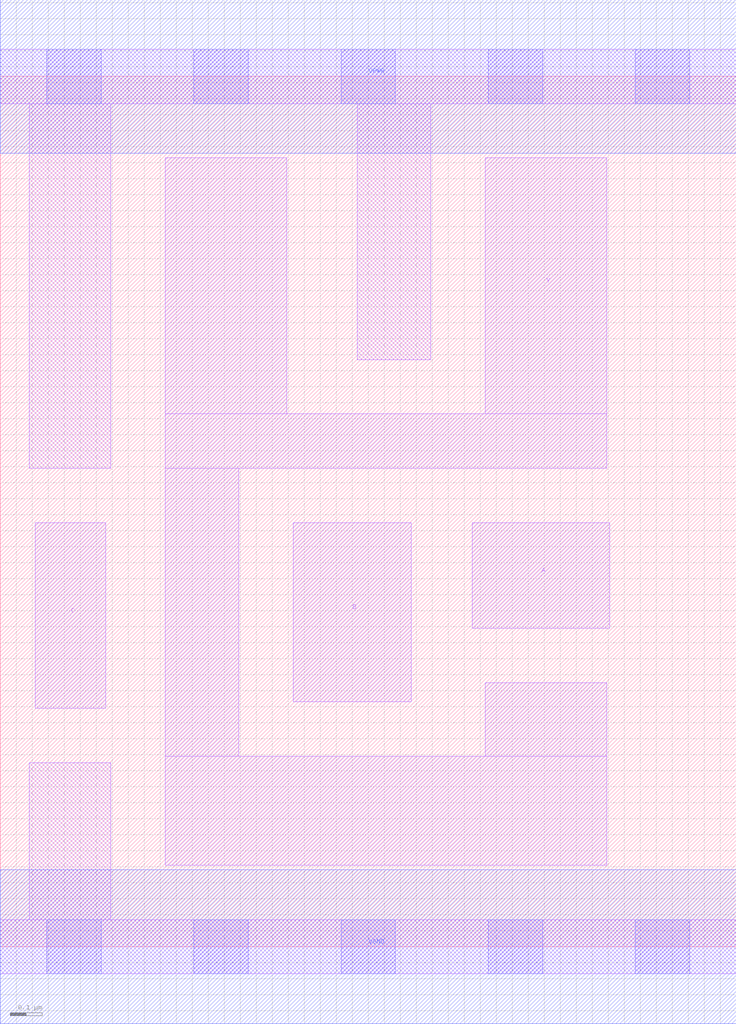
<source format=lef>
# Copyright 2020 The SkyWater PDK Authors
#
# Licensed under the Apache License, Version 2.0 (the "License");
# you may not use this file except in compliance with the License.
# You may obtain a copy of the License at
#
#     https://www.apache.org/licenses/LICENSE-2.0
#
# Unless required by applicable law or agreed to in writing, software
# distributed under the License is distributed on an "AS IS" BASIS,
# WITHOUT WARRANTIES OR CONDITIONS OF ANY KIND, either express or implied.
# See the License for the specific language governing permissions and
# limitations under the License.
#
# SPDX-License-Identifier: Apache-2.0

VERSION 5.7 ;
  NAMESCASESENSITIVE ON ;
  NOWIREEXTENSIONATPIN ON ;
  DIVIDERCHAR "/" ;
  BUSBITCHARS "[]" ;
UNITS
  DATABASE MICRONS 200 ;
END UNITS
PROPERTYDEFINITIONS
  MACRO maskLayoutSubType STRING ;
  MACRO prCellType STRING ;
  MACRO originalViewName STRING ;
END PROPERTYDEFINITIONS
MACRO sky130_fd_sc_hdll__nand3_1
  CLASS CORE ;
  FOREIGN sky130_fd_sc_hdll__nand3_1 ;
  ORIGIN  0.000000  0.000000 ;
  SIZE  2.300000 BY  2.720000 ;
  SYMMETRY X Y R90 ;
  SITE unithd ;
  PIN A
    ANTENNAGATEAREA  0.277500 ;
    DIRECTION INPUT ;
    USE SIGNAL ;
    PORT
      LAYER li1 ;
        RECT 1.475000 0.995000 1.905000 1.325000 ;
    END
  END A
  PIN B
    ANTENNAGATEAREA  0.277500 ;
    DIRECTION INPUT ;
    USE SIGNAL ;
    PORT
      LAYER li1 ;
        RECT 0.915000 0.765000 1.285000 1.325000 ;
    END
  END B
  PIN C
    ANTENNAGATEAREA  0.277500 ;
    DIRECTION INPUT ;
    USE SIGNAL ;
    PORT
      LAYER li1 ;
        RECT 0.110000 0.745000 0.330000 1.325000 ;
    END
  END C
  PIN Y
    ANTENNADIFFAREA  0.761500 ;
    DIRECTION OUTPUT ;
    USE SIGNAL ;
    PORT
      LAYER li1 ;
        RECT 0.515000 0.255000 1.895000 0.595000 ;
        RECT 0.515000 0.595000 0.745000 1.495000 ;
        RECT 0.515000 1.495000 1.895000 1.665000 ;
        RECT 0.515000 1.665000 0.895000 2.465000 ;
        RECT 1.515000 0.595000 1.895000 0.825000 ;
        RECT 1.515000 1.665000 1.895000 2.465000 ;
    END
  END Y
  PIN VGND
    DIRECTION INOUT ;
    USE GROUND ;
    PORT
      LAYER met1 ;
        RECT 0.000000 -0.240000 2.300000 0.240000 ;
    END
  END VGND
  PIN VPWR
    DIRECTION INOUT ;
    USE POWER ;
    PORT
      LAYER met1 ;
        RECT 0.000000 2.480000 2.300000 2.960000 ;
    END
  END VPWR
  OBS
    LAYER li1 ;
      RECT 0.000000 -0.085000 2.300000 0.085000 ;
      RECT 0.000000  2.635000 2.300000 2.805000 ;
      RECT 0.090000  0.085000 0.345000 0.575000 ;
      RECT 0.090000  1.495000 0.345000 2.635000 ;
      RECT 1.115000  1.835000 1.345000 2.635000 ;
    LAYER mcon ;
      RECT 0.145000 -0.085000 0.315000 0.085000 ;
      RECT 0.145000  2.635000 0.315000 2.805000 ;
      RECT 0.605000 -0.085000 0.775000 0.085000 ;
      RECT 0.605000  2.635000 0.775000 2.805000 ;
      RECT 1.065000 -0.085000 1.235000 0.085000 ;
      RECT 1.065000  2.635000 1.235000 2.805000 ;
      RECT 1.525000 -0.085000 1.695000 0.085000 ;
      RECT 1.525000  2.635000 1.695000 2.805000 ;
      RECT 1.985000 -0.085000 2.155000 0.085000 ;
      RECT 1.985000  2.635000 2.155000 2.805000 ;
  END
  PROPERTY maskLayoutSubType "abstract" ;
  PROPERTY prCellType "standard" ;
  PROPERTY originalViewName "layout" ;
END sky130_fd_sc_hdll__nand3_1
END LIBRARY

</source>
